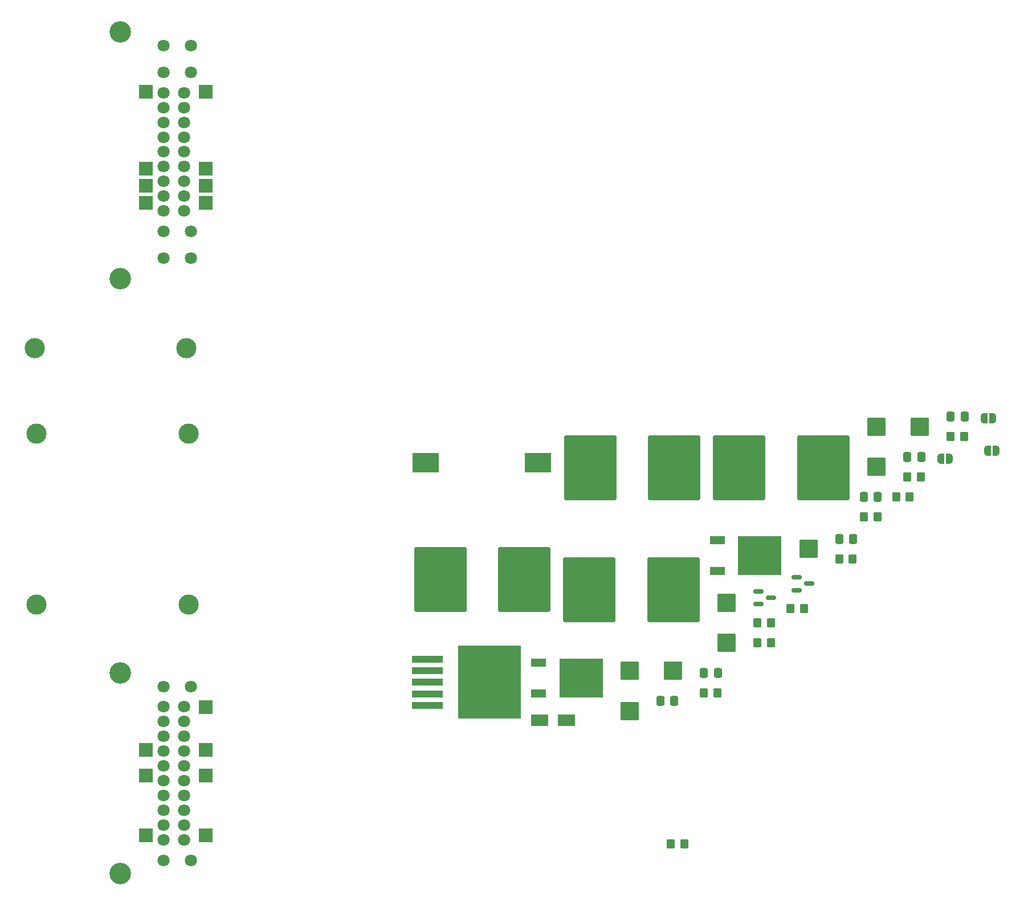
<source format=gbr>
%TF.GenerationSoftware,KiCad,Pcbnew,6.0.4-6f826c9f35~116~ubuntu20.04.1*%
%TF.CreationDate,2022-04-24T17:32:18+02:00*%
%TF.ProjectId,IndegoMower,496e6465-676f-44d6-9f77-65722e6b6963,rev?*%
%TF.SameCoordinates,Original*%
%TF.FileFunction,Soldermask,Top*%
%TF.FilePolarity,Negative*%
%FSLAX46Y46*%
G04 Gerber Fmt 4.6, Leading zero omitted, Abs format (unit mm)*
G04 Created by KiCad (PCBNEW 6.0.4-6f826c9f35~116~ubuntu20.04.1) date 2022-04-24 17:32:18*
%MOMM*%
%LPD*%
G01*
G04 APERTURE LIST*
G04 Aperture macros list*
%AMRoundRect*
0 Rectangle with rounded corners*
0 $1 Rounding radius*
0 $2 $3 $4 $5 $6 $7 $8 $9 X,Y pos of 4 corners*
0 Add a 4 corners polygon primitive as box body*
4,1,4,$2,$3,$4,$5,$6,$7,$8,$9,$2,$3,0*
0 Add four circle primitives for the rounded corners*
1,1,$1+$1,$2,$3*
1,1,$1+$1,$4,$5*
1,1,$1+$1,$6,$7*
1,1,$1+$1,$8,$9*
0 Add four rect primitives between the rounded corners*
20,1,$1+$1,$2,$3,$4,$5,0*
20,1,$1+$1,$4,$5,$6,$7,0*
20,1,$1+$1,$6,$7,$8,$9,0*
20,1,$1+$1,$8,$9,$2,$3,0*%
%AMFreePoly0*
4,1,22,0.500000,-0.750000,0.000000,-0.750000,0.000000,-0.745033,-0.079941,-0.743568,-0.215256,-0.701293,-0.333266,-0.622738,-0.424486,-0.514219,-0.481581,-0.384460,-0.499164,-0.250000,-0.500000,-0.250000,-0.500000,0.250000,-0.499164,0.250000,-0.499963,0.256109,-0.478152,0.396186,-0.417904,0.524511,-0.324060,0.630769,-0.204165,0.706417,-0.067858,0.745374,0.000000,0.744959,0.000000,0.750000,
0.500000,0.750000,0.500000,-0.750000,0.500000,-0.750000,$1*%
%AMFreePoly1*
4,1,20,0.000000,0.744959,0.073905,0.744508,0.209726,0.703889,0.328688,0.626782,0.421226,0.519385,0.479903,0.390333,0.500000,0.250000,0.500000,-0.250000,0.499851,-0.262216,0.476331,-0.402017,0.414519,-0.529596,0.319384,-0.634700,0.198574,-0.708877,0.061801,-0.746166,0.000000,-0.745033,0.000000,-0.750000,-0.500000,-0.750000,-0.500000,0.750000,0.000000,0.750000,0.000000,0.744959,
0.000000,0.744959,$1*%
G04 Aperture macros list end*
%ADD10C,3.200000*%
%ADD11C,1.800000*%
%ADD12RoundRect,0.250001X-0.799999X-0.799999X0.799999X-0.799999X0.799999X0.799999X-0.799999X0.799999X0*%
%ADD13RoundRect,0.250000X-1.125000X-1.125000X1.125000X-1.125000X1.125000X1.125000X-1.125000X1.125000X0*%
%ADD14FreePoly0,0.000000*%
%ADD15FreePoly1,0.000000*%
%ADD16R,2.200000X1.200000*%
%ADD17R,6.400000X5.800000*%
%ADD18R,4.600000X1.100000*%
%ADD19R,9.400000X10.800000*%
%ADD20RoundRect,0.250000X-0.350000X-0.450000X0.350000X-0.450000X0.350000X0.450000X-0.350000X0.450000X0*%
%ADD21RoundRect,0.150000X-0.587500X-0.150000X0.587500X-0.150000X0.587500X0.150000X-0.587500X0.150000X0*%
%ADD22R,4.000000X3.000000*%
%ADD23C,3.000000*%
%ADD24R,2.500000X1.800000*%
%ADD25RoundRect,0.250000X-0.337500X-0.475000X0.337500X-0.475000X0.337500X0.475000X-0.337500X0.475000X0*%
%ADD26RoundRect,0.249998X-3.650002X-4.550002X3.650002X-4.550002X3.650002X4.550002X-3.650002X4.550002X0*%
G04 APERTURE END LIST*
D10*
%TO.C,U2*%
X35560000Y-162560000D03*
X35560000Y-192360000D03*
D11*
X42060000Y-164560000D03*
X46060000Y-164560000D03*
X42060000Y-167560000D03*
X45060000Y-167560000D03*
X42060000Y-169760000D03*
X45060000Y-169760000D03*
X42060000Y-171960000D03*
X45060000Y-171960000D03*
X42060000Y-174160000D03*
X45060000Y-174160000D03*
X42060000Y-176360000D03*
X45060000Y-176360000D03*
X42060000Y-178560000D03*
X45060000Y-178560000D03*
X42060000Y-180760000D03*
X45060000Y-180760000D03*
X42060000Y-182960000D03*
X45060000Y-182960000D03*
X42060000Y-185160000D03*
X45060000Y-185160000D03*
X42060000Y-187360000D03*
X45060000Y-187360000D03*
X42060000Y-190360000D03*
X46060000Y-190360000D03*
%TD*%
D10*
%TO.C,U1*%
X35560000Y-67310000D03*
X35560000Y-103910000D03*
D11*
X42060000Y-69310000D03*
X46060000Y-69310000D03*
X42060000Y-73310000D03*
X46060000Y-73310000D03*
X42060000Y-76310000D03*
X45060000Y-76310000D03*
X42060000Y-78510000D03*
X45060000Y-78510000D03*
X42060000Y-80710000D03*
X45060000Y-80710000D03*
X42060000Y-82910000D03*
X45060000Y-82910000D03*
X42060000Y-85110000D03*
X45060000Y-85110000D03*
X42060000Y-87310000D03*
X45060000Y-87310000D03*
X42060000Y-89510000D03*
X45060000Y-89510000D03*
X42060000Y-91710000D03*
X45060000Y-91710000D03*
X42060000Y-93910000D03*
X45060000Y-93910000D03*
X42060000Y-96910000D03*
X46060000Y-96910000D03*
X42060000Y-100910000D03*
X46060000Y-100910000D03*
%TD*%
D12*
%TO.C,J_B7*%
X48260000Y-186690000D03*
%TD*%
%TO.C,J_B6*%
X39370000Y-186690000D03*
%TD*%
%TO.C,J_B5*%
X48260000Y-177800000D03*
%TD*%
%TO.C,J_B4*%
X39370000Y-177800000D03*
%TD*%
%TO.C,J_B3*%
X48260000Y-173990000D03*
%TD*%
%TO.C,J_B2*%
X39370000Y-173990000D03*
%TD*%
%TO.C,J_B1*%
X48260000Y-167640000D03*
%TD*%
%TO.C,J_A8*%
X48260000Y-92710000D03*
%TD*%
%TO.C,J_A7*%
X39370000Y-92710000D03*
%TD*%
%TO.C,J_A6*%
X48260000Y-90170000D03*
%TD*%
%TO.C,J_A5*%
X39370000Y-90170000D03*
%TD*%
%TO.C,J_A4*%
X48260000Y-87630000D03*
%TD*%
%TO.C,J_A3*%
X39370000Y-87630000D03*
%TD*%
%TO.C,J_A2*%
X48260000Y-76200000D03*
%TD*%
%TO.C,J_A1*%
X39370000Y-76200000D03*
%TD*%
D13*
%TO.C,J_U3_OUT1*%
X111270000Y-162230000D03*
%TD*%
%TO.C,J_U3_IN1*%
X125690000Y-152130000D03*
%TD*%
%TO.C,J_U3_GNDOUT1*%
X154390000Y-125930000D03*
%TD*%
%TO.C,J_U3_GNDIN1*%
X125690000Y-158080000D03*
%TD*%
%TO.C,J_B12*%
X117720000Y-162230000D03*
%TD*%
%TO.C,J_B11*%
X147940000Y-125930000D03*
%TD*%
%TO.C,J_B10*%
X137840000Y-144080000D03*
%TD*%
%TO.C,J_B9*%
X147940000Y-131880000D03*
%TD*%
%TO.C,J_B8*%
X111270000Y-168180000D03*
%TD*%
D14*
%TO.C,JP3*%
X164450000Y-129540000D03*
D15*
X165750000Y-129540000D03*
%TD*%
D16*
%TO.C,U4*%
X124340000Y-142850000D03*
D17*
X130640000Y-145130000D03*
D16*
X124340000Y-147410000D03*
%TD*%
D18*
%TO.C,U3*%
X81275000Y-160530000D03*
X81275000Y-162230000D03*
D19*
X90425000Y-163930000D03*
D18*
X81275000Y-163930000D03*
X81275000Y-165630000D03*
X81275000Y-167330000D03*
%TD*%
D20*
%TO.C,R10*%
X142440000Y-145590000D03*
X144440000Y-145590000D03*
%TD*%
%TO.C,R9*%
X158990000Y-127440000D03*
X160990000Y-127440000D03*
%TD*%
%TO.C,R8*%
X150900000Y-136340000D03*
X152900000Y-136340000D03*
%TD*%
%TO.C,R7*%
X122320000Y-165540000D03*
X124320000Y-165540000D03*
%TD*%
%TO.C,R6*%
X130290000Y-155080000D03*
X132290000Y-155080000D03*
%TD*%
%TO.C,R5*%
X135180000Y-152980000D03*
X137180000Y-152980000D03*
%TD*%
%TO.C,R4*%
X130290000Y-158030000D03*
X132290000Y-158030000D03*
%TD*%
%TO.C,R3*%
X152540000Y-133390000D03*
X154540000Y-133390000D03*
%TD*%
%TO.C,R2*%
X117380000Y-187960000D03*
X119380000Y-187960000D03*
%TD*%
%TO.C,R1*%
X146090000Y-139340000D03*
X148090000Y-139340000D03*
%TD*%
D21*
%TO.C,Q3*%
X130422500Y-150430000D03*
X130422500Y-152330000D03*
X132297500Y-151380000D03*
%TD*%
D16*
%TO.C,Q2*%
X97770000Y-161000000D03*
D17*
X104070000Y-163280000D03*
D16*
X97770000Y-165560000D03*
%TD*%
D21*
%TO.C,Q1*%
X136122500Y-148330000D03*
X136122500Y-150230000D03*
X137997500Y-149280000D03*
%TD*%
D22*
%TO.C,L1*%
X97660000Y-131280000D03*
X81000000Y-131280000D03*
%TD*%
D14*
%TO.C,JP2*%
X163950000Y-124730000D03*
D15*
X165250000Y-124730000D03*
%TD*%
D14*
%TO.C,JP1*%
X157500000Y-130690000D03*
D15*
X158800000Y-130690000D03*
%TD*%
D23*
%TO.C,F_SEC1*%
X23120000Y-127000000D03*
X45720000Y-127000000D03*
%TD*%
%TO.C,F_MAIN1*%
X22860000Y-114300000D03*
X45460000Y-114300000D03*
%TD*%
%TO.C,F_CHARGE1*%
X23120000Y-152400000D03*
X45720000Y-152400000D03*
%TD*%
D24*
%TO.C,D1*%
X97920000Y-169580000D03*
X101920000Y-169580000D03*
%TD*%
D25*
%TO.C,C10*%
X122312500Y-162560000D03*
X124387500Y-162560000D03*
%TD*%
%TO.C,C9*%
X142432500Y-142610000D03*
X144507500Y-142610000D03*
%TD*%
%TO.C,C8*%
X146082500Y-136360000D03*
X148157500Y-136360000D03*
%TD*%
D26*
%TO.C,C7*%
X127545000Y-132030000D03*
X140045000Y-132030000D03*
%TD*%
D25*
%TO.C,C6*%
X152532500Y-130410000D03*
X154607500Y-130410000D03*
%TD*%
D26*
%TO.C,C5*%
X105295000Y-150180000D03*
X117795000Y-150180000D03*
%TD*%
%TO.C,C4*%
X83165000Y-148680000D03*
X95665000Y-148680000D03*
%TD*%
D25*
%TO.C,C3*%
X115862500Y-166710000D03*
X117937500Y-166710000D03*
%TD*%
D26*
%TO.C,C2*%
X105415000Y-132030000D03*
X117915000Y-132030000D03*
%TD*%
D25*
%TO.C,C1*%
X158982500Y-124460000D03*
X161057500Y-124460000D03*
%TD*%
M02*

</source>
